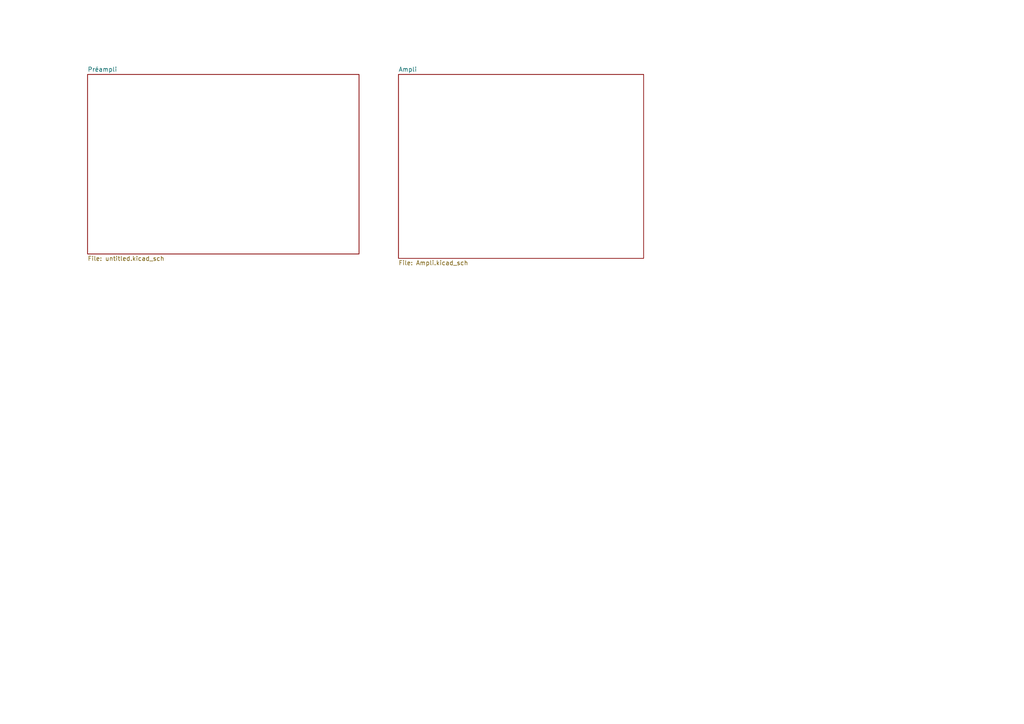
<source format=kicad_sch>
(kicad_sch (version 20230121) (generator eeschema)
  (paper "A4")
  (title_block (title "Ampli") (company "ENSEA") (comment 1 "CAILLAUD Paul"))
  (lib_symbols)
  (sheet (at 25.4 21.59) (size 78.74 52.07) (stroke (width 0.1524))
    (property "Sheetname" "Préampli" (at 25.4 20.8784 0) (effects (justify left bottom)))
    (property "Sheetfile" "untitled.kicad_sch" (at 25.4 74.2446 0) (effects (justify left top)))
  )
  (sheet (at 115.57 21.59) (size 71.12 53.34) (stroke (width 0.1524))
    (property "Sheetname" "Ampli" (at 115.57 20.8784 0) (effects (justify left bottom)))
    (property "Sheetfile" "Ampli.kicad_sch" (at 115.57 75.5146 0) (effects (justify left top)))
  )
)
</source>
